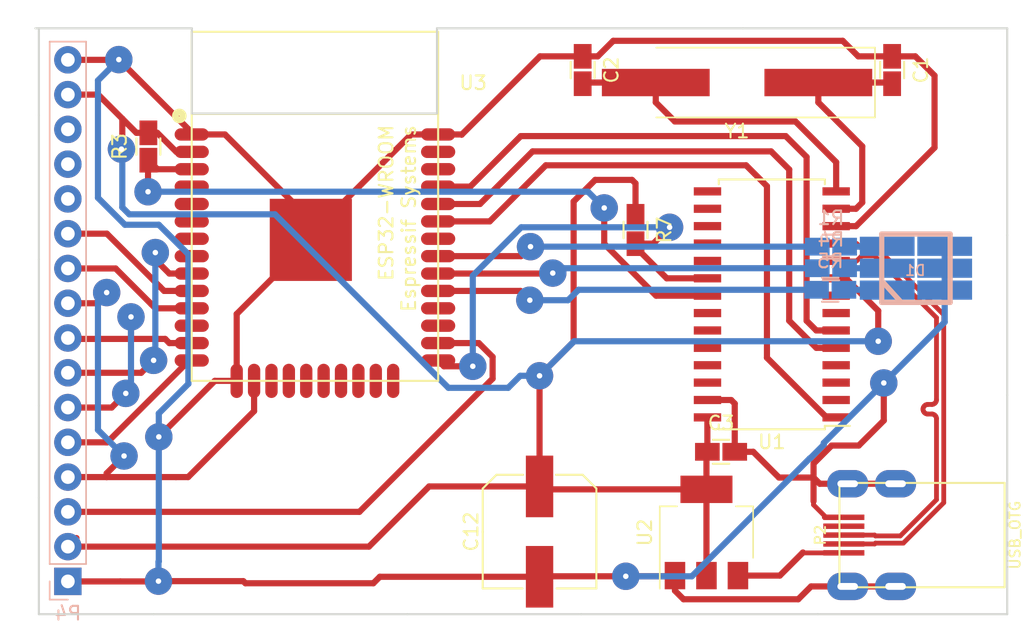
<source format=kicad_pcb>
(kicad_pcb (version 20221018) (generator pcbnew)
  (layers (0 "F.Cu" signal) (31 "B.Cu" signal) (34 "B.Paste" user) (35 "F.Paste" user) (36 "B.SilkS" user "B.Silkscreen") (37 "F.SilkS" user "F.Silkscreen") (38 "B.Mask" user) (39 "F.Mask" user) (44 "Edge.Cuts" user))
  (net 0 "")
  (net 1 "GND")
  (net 2 "+5V")
  (net 3 "Net-(P2-Pad4)")
  (net 4 "+3V3")
  (net 5 "LED_BLUE")
  (net 6 "LED_GREEN")
  (net 7 "LED_RED")
  (net 8 "MOSI")
  (net 9 "SCK")
  (net 10 "MISO")
  (net 11 "Net-(P4-Pad14)")
  (net 12 "Net-(P4-Pad13)")
  (net 13 "Net-(P4-Pad12)")
  (net 14 "RESET_TFT")
  (net 15 "A0")
  (net 16 "CS_SD")
  (net 17 "CS_TFT")
  (net 18 "TXD")
  (net 19 "RXD")
  (net 20 "Net-(U1-Pad15)")
  (net 21 "Net-(U3-Pad18)")
  (net 22 "UD-")
  (net 23 "UD+")
  (net 24 "Net-(C2-Pad2)")
  (net 25 "Net-(U3-Pad20)")
  (net 26 "Net-(U3-Pad19)")
  (net 27 "Net-(U3-Pad17)")
  (net 28 "Net-(U3-Pad21)")
  (net 29 "Net-(U3-Pad22)")
  (net 30 "DTR")
  (net 31 "RTS")
  (net 32 "Net-(C1-Pad2)")
  (net 33 "Net-(D1-Pad6)")
  (net 34 "Net-(D1-Pad5)")
  (net 35 "Net-(D1-Pad4)")
  (net 36 "Net-(U3-Pad37)")
  (net 37 "Net-(U3-Pad36)")
  (net 38 "Net-(U3-Pad32)")
  (net 39 "Net-(U3-Pad24)")
  (net 40 "Net-(U3-Pad23)")
  (net 41 "Net-(U3-Pad12)")
  (net 42 "Net-(U3-Pad8)")
  (net 43 "Net-(U3-Pad5)")
  (net 44 "Net-(U3-Pad4)")
  (net 45 "Net-(U3-Pad28)")
  (net 46 "Net-(U3-Pad6)")
  (net 47 "Net-(U3-Pad7)")
  (net 48 "USB_CONNECTED")
  (net 49 "Net-(U1-Pad2)")
  (net 50 "Net-(U1-Pad3)")
  (net 51 "Net-(U1-Pad4)")
  (net 52 "Net-(U1-Pad7)")
  (net 53 "Net-(U1-Pad8)")
  (net 54 "Net-(U1-Pad16)")
  (net 55 "Net-(U1-Pad17)")
  (net 56 "Net-(U1-Pad18)")
  (net 57 "Net-(U1-Pad19)")
  (net 58 "Net-(U1-Pad22)")
  (net 59 "Net-(U1-Pad23)")
  (net 60 "Net-(U1-Pad24)")
  (net 61 "Net-(U1-Pad25)")
  (net 62 "Net-(U1-Pad26)")
  (net 63 "Net-(U3-Pad27)")
  (footprint "TO_SOT_Packages_SMD:SOT-223" (layer "F.Cu") (at 168.148 74.676 90)
    (fp_text reference "U2" (at 0 -4.5 90) (layer "F.SilkS"))
    (fp_text value "AP111733")
    (pad "1" smd rect (at -3.15 -2.3 90) (size 2 1.5) (layers "F.Cu" "F.Paste" "F.Mask") (net 1 "GND"))
    (pad "2" smd rect (at -3.15 0 90) (size 2 1.5) (layers "F.Cu" "F.Paste" "F.Mask") (net 4 "+3V3"))
    (pad "3" smd rect (at -3.15 2.3 90) (size 2 1.5) (layers "F.Cu" "F.Paste" "F.Mask") (net 2 "+5V"))
    (pad "4" smd rect (at 3.15 0 90) (size 2 3.8) (layers "F.Cu" "F.Paste" "F.Mask") (net 4 "+3V3"))
  )
  (footprint "coddingtonbear/coddingtonbear.pretty:0805_Milling" (layer "F.Cu") (at 181.7116 40.894 -90)
    (fp_text reference "C1" (at 0 -2.1 270) (layer "F.SilkS"))
    (fp_text value "22p")
    (pad "1" smd rect (at -1 0 270) (size 1.8 1.3) (layers "F.Cu" "F.Paste" "F.Mask") (net 1 "GND"))
    (pad "2" smd rect (at 1 0 270) (size 1.8 1.3) (layers "F.Cu" "F.Paste" "F.Mask") (net 32 "Net-(C1-Pad2)"))
  )
  (footprint "coddingtonbear/coddingtonbear.pretty:0805_Milling" (layer "F.Cu") (at 159.1056 40.894 -90)
    (fp_text reference "C2" (at 0 -2.1 270) (layer "F.SilkS"))
    (fp_text value "22p")
    (pad "1" smd rect (at -1 0 270) (size 1.8 1.3) (layers "F.Cu" "F.Paste" "F.Mask") (net 1 "GND"))
    (pad "2" smd rect (at 1 0 270) (size 1.8 1.3) (layers "F.Cu" "F.Paste" "F.Mask") (net 24 "Net-(C2-Pad2)"))
  )
  (footprint "coddingtonbear/coddingtonbear.pretty:0805_Milling" (layer "F.Cu") (at 169.2148 68.7832)
    (fp_text reference "C3" (at 0 -2.1) (layer "F.SilkS"))
    (fp_text value "0.1u")
    (pad "1" smd rect (at -1 0) (size 1.8 1.3) (layers "F.Cu" "F.Paste" "F.Mask") (net 4 "+3V3"))
    (pad "2" smd rect (at 1 0) (size 1.8 1.3) (layers "F.Cu" "F.Paste" "F.Mask") (net 1 "GND"))
  )
  (footprint "coddingtonbear/coddingtonbear.pretty:0805_Milling" (layer "F.Cu") (at 162.9664 52.578 -90)
    (fp_text reference "R7" (at 0 -2.1 270) (layer "F.SilkS"))
    (fp_text value "10k")
    (pad "1" smd rect (at -1 0 270) (size 1.8 1.3) (layers "F.Cu" "F.Paste" "F.Mask") (net 4 "+3V3"))
    (pad "2" smd rect (at 1 0 270) (size 1.8 1.3) (layers "F.Cu" "F.Paste" "F.Mask") (net 30 "DTR"))
  )
  (footprint "coddingtonbear/coddingtonbear.pretty:0805_Milling" (layer "F.Cu") (at 127.381 46.482 90)
    (fp_text reference "R3" (at 0 -2.1 90) (layer "F.SilkS"))
    (fp_text value "10k")
    (pad "1" smd rect (at -1 0 90) (size 1.8 1.3) (layers "F.Cu" "F.Paste" "F.Mask") (net 31 "RTS"))
    (pad "2" smd rect (at 1 0 90) (size 1.8 1.3) (layers "F.Cu" "F.Paste" "F.Mask") (net 4 "+3V3"))
  )
  (footprint "KiCad/Housings_SOIC.pretty:SOIC-28W_7.5x17.9mm_Pitch1.27mm" (layer "F.Cu") (at 172.9232 58.0136 180)
    (fp_text reference "U1" (at 0 -10.05 180) (layer "F.SilkS"))
    (fp_text value "CH341A")
    (pad "1" smd rect (at -4.7 -8.255 180) (size 2 0.6) (layers "F.Cu" "F.Paste" "F.Mask") (net 48 "USB_CONNECTED"))
    (pad "2" smd rect (at -4.7 -6.985 180) (size 2 0.6) (layers "F.Cu" "F.Paste" "F.Mask") (net 49 "Net-(U1-Pad2)"))
    (pad "3" smd rect (at -4.7 -5.715 180) (size 2 0.6) (layers "F.Cu" "F.Paste" "F.Mask") (net 50 "Net-(U1-Pad3)"))
    (pad "4" smd rect (at -4.7 -4.445 180) (size 2 0.6) (layers "F.Cu" "F.Paste" "F.Mask") (net 51 "Net-(U1-Pad4)"))
    (pad "5" smd rect (at -4.7 -3.175 180) (size 2 0.6) (layers "F.Cu" "F.Paste" "F.Mask") (net 19 "RXD"))
    (pad "6" smd rect (at -4.7 -1.905 180) (size 2 0.6) (layers "F.Cu" "F.Paste" "F.Mask") (net 18 "TXD"))
    (pad "7" smd rect (at -4.7 -0.635 180) (size 2 0.6) (layers "F.Cu" "F.Paste" "F.Mask") (net 52 "Net-(U1-Pad7)"))
    (pad "8" smd rect (at -4.7 0.635 180) (size 2 0.6) (layers "F.Cu" "F.Paste" "F.Mask") (net 53 "Net-(U1-Pad8)"))
    (pad "9" smd rect (at -4.7 1.905 180) (size 2 0.6) (layers "F.Cu" "F.Paste" "F.Mask") (net 4 "+3V3"))
    (pad "10" smd rect (at -4.7 3.175 180) (size 2 0.6) (layers "F.Cu" "F.Paste" "F.Mask") (net 23 "UD+"))
    (pad "11" smd rect (at -4.7 4.445 180) (size 2 0.6) (layers "F.Cu" "F.Paste" "F.Mask") (net 22 "UD-"))
    (pad "12" smd rect (at -4.7 5.715 180) (size 2 0.6) (layers "F.Cu" "F.Paste" "F.Mask") (net 1 "GND"))
    (pad "13" smd rect (at -4.7 6.985 180) (size 2 0.6) (layers "F.Cu" "F.Paste" "F.Mask") (net 32 "Net-(C1-Pad2)"))
    (pad "14" smd rect (at -4.7 8.255 180) (size 2 0.6) (layers "F.Cu" "F.Paste" "F.Mask") (net 24 "Net-(C2-Pad2)"))
    (pad "15" smd rect (at 4.7 8.255 180) (size 2 0.6) (layers "F.Cu" "F.Paste" "F.Mask") (net 20 "Net-(U1-Pad15)"))
    (pad "16" smd rect (at 4.7 6.985 180) (size 2 0.6) (layers "F.Cu" "F.Paste" "F.Mask") (net 54 "Net-(U1-Pad16)"))
    (pad "17" smd rect (at 4.7 5.715 180) (size 2 0.6) (layers "F.Cu" "F.Paste" "F.Mask") (net 55 "Net-(U1-Pad17)"))
    (pad "18" smd rect (at 4.7 4.445 180) (size 2 0.6) (layers "F.Cu" "F.Paste" "F.Mask") (net 56 "Net-(U1-Pad18)"))
    (pad "19" smd rect (at 4.7 3.175 180) (size 2 0.6) (layers "F.Cu" "F.Paste" "F.Mask") (net 57 "Net-(U1-Pad19)"))
    (pad "20" smd rect (at 4.7 1.905 180) (size 2 0.6) (layers "F.Cu" "F.Paste" "F.Mask") (net 30 "DTR"))
    (pad "21" smd rect (at 4.7 0.635 180) (size 2 0.6) (layers "F.Cu" "F.Paste" "F.Mask") (net 31 "RTS"))
    (pad "22" smd rect (at 4.7 -0.635 180) (size 2 0.6) (layers "F.Cu" "F.Paste" "F.Mask") (net 58 "Net-(U1-Pad22)"))
    (pad "23" smd rect (at 4.7 -1.905 180) (size 2 0.6) (layers "F.Cu" "F.Paste" "F.Mask") (net 59 "Net-(U1-Pad23)"))
    (pad "24" smd rect (at 4.7 -3.175 180) (size 2 0.6) (layers "F.Cu" "F.Paste" "F.Mask") (net 60 "Net-(U1-Pad24)"))
    (pad "25" smd rect (at 4.7 -4.445 180) (size 2 0.6) (layers "F.Cu" "F.Paste" "F.Mask") (net 61 "Net-(U1-Pad25)"))
    (pad "26" smd rect (at 4.7 -5.715 180) (size 2 0.6) (layers "F.Cu" "F.Paste" "F.Mask") (net 62 "Net-(U1-Pad26)"))
    (pad "27" smd rect (at 4.7 -6.985 180) (size 2 0.6) (layers "F.Cu" "F.Paste" "F.Mask") (net 1 "GND"))
    (pad "28" smd rect (at 4.7 -8.255 180) (size 2 0.6) (layers "F.Cu" "F.Paste" "F.Mask") (net 4 "+3V3"))
  )
  (footprint "ohdsp/KiCad-Libs/MyKiCadLibs-Footprints.pretty:CAP-SMD-SIZE-F" (layer "F.Cu") (at 155.956 74.6125)
    (fp_text reference "C12" (at -5 0 90) (layer "F.SilkS"))
    (fp_text value "1000u" hide)
    (pad "1" smd rect (at 0 -3.3) (size 2 4.5) (layers "F.Cu" "F.Paste" "F.Mask") (net 4 "+3V3"))
    (pad "2" smd rect (at 0 3.3) (size 2 4.5) (layers "F.Cu" "F.Paste" "F.Mask") (net 1 "GND"))
  )
  (footprint "coddingtonbear/coddingtonbear.pretty:UJ2-MIBH-4-SMT" (layer "F.Cu") (at 177.8635 74.8665 90)
    (fp_text reference "P2" (at 0 -1.397 90) (layer "F.SilkS") (effects (font (size 0.762 0.762) (thickness 0.127))))
    (fp_text value "USB_OTG" (at 0 12.827 90) (layer "F.SilkS") (effects (font (size 0.762 0.762) (thickness 0.127))))
    (pad "1" smd rect (at -1.29794 0.32004 90) (size 0.39878 3) (layers "F.Cu" "F.Paste" "F.Mask") (net 2 "+5V") (clearance 0.2032))
    (pad "2" smd rect (at -0.6477 0.32004 90) (size 0.39878 3) (layers "F.Cu" "F.Paste" "F.Mask") (net 22 "UD-") (clearance 0.2032))
    (pad "3" smd rect (at 0 0.32004 90) (size 0.39878 3) (layers "F.Cu" "F.Paste" "F.Mask") (net 23 "UD+") (clearance 0.2032))
    (pad "4" smd rect (at 0.6477 0.32004 90) (size 0.39878 3) (layers "F.Cu" "F.Paste" "F.Mask") (net 3 "Net-(P2-Pad4)") (clearance 0.2032))
    (pad "5" smd rect (at 1.29794 0.32004 90) (size 0.39878 3) (layers "F.Cu" "F.Paste" "F.Mask") (net 1 "GND") (clearance 0.2032))
    (pad "6" thru_hole oval (at -3.75 0.6 90) (size 2 3) (drill oval 0.5 1.5) (layers "*.Cu" "*.Mask") (net 1 "GND"))
    (pad "6" thru_hole oval (at -3.75 4.1 90) (size 2 3) (drill oval 0.5 1.5) (layers "*.Cu" "*.Mask") (net 1 "GND"))
    (pad "6" thru_hole oval (at 3.75 0.6 90) (size 2 3) (drill oval 0.5 1.5) (layers "*.Cu" "*.Mask") (net 1 "GND"))
    (pad "6" thru_hole oval (at 3.75 4.1 90) (size 2 3) (drill oval 0.5 1.5) (layers "*.Cu" "*.Mask") (net 1 "GND"))
  )
  (footprint "KiCad/Crystals.pretty:Crystal_SMD_HC49-SD_HandSoldering" (layer "F.Cu") (at 170.3832 41.8084 180)
    (fp_text reference "Y1" (at 0 -3.55 180) (layer "F.SilkS"))
    (fp_text value "12M")
    (pad "1" smd rect (at -5.9375 0 180) (size 7.875 2) (layers "F.Cu" "F.Mask") (net 32 "Net-(C1-Pad2)"))
    (pad "2" smd rect (at 5.9375 0 180) (size 7.875 2) (layers "F.Cu" "F.Mask") (net 24 "Net-(C2-Pad2)"))
  )
  (footprint "adamjvr/ESP32-kiCAD-Footprints/ESP32-Footprints/ESP32-footprints-Lib.pretty:ESP32-WROOM" (layer "F.Cu") (at 139.5476 50.8508 180)
    (fp_text reference "U3" (at -11.557 9.017 180) (layer "F.SilkS"))
    (fp_text value "ESP32-WROOM")
    (fp_text user "ESP32-WROOM" (at -5.207 0.254 270) (layer "F.SilkS"))
    (fp_text user "Espressif Systems" (at -6.858 -0.889 270) (layer "F.SilkS"))
    (pad "1" smd oval (at 9 5.25 180) (size 2.5 0.9) (layers "F.Cu" "F.Paste" "F.Mask") (net 1 "GND"))
    (pad "2" smd oval (at 9 3.98 180) (size 2.5 0.9) (layers "F.Cu" "F.Paste" "F.Mask") (net 4 "+3V3"))
    (pad "3" smd oval (at 9 2.71 180) (size 2.5 0.9) (layers "F.Cu" "F.Paste" "F.Mask") (net 31 "RTS"))
    (pad "4" smd oval (at 9 1.44 180) (size 2.5 0.9) (layers "F.Cu" "F.Paste" "F.Mask") (net 44 "Net-(U3-Pad4)"))
    (pad "5" smd oval (at 9 0.17 180) (size 2.5 0.9) (layers "F.Cu" "F.Paste" "F.Mask") (net 43 "Net-(U3-Pad5)"))
    (pad "6" smd oval (at 9 -1.1 180) (size 2.5 0.9) (layers "F.Cu" "F.Paste" "F.Mask") (net 46 "Net-(U3-Pad6)"))
    (pad "7" smd oval (at 9 -2.37 180) (size 2.5 0.9) (layers "F.Cu" "F.Paste" "F.Mask") (net 47 "Net-(U3-Pad7)"))
    (pad "8" smd oval (at 9 -3.64 180) (size 2.5 0.9) (layers "F.Cu" "F.Paste" "F.Mask") (net 42 "Net-(U3-Pad8)"))
    (pad "9" smd oval (at 9 -4.91 180) (size 2.5 0.9) (layers "F.Cu" "F.Paste" "F.Mask") (net 17 "CS_TFT"))
    (pad "10" smd oval (at 9 -6.18 180) (size 2.5 0.9) (layers "F.Cu" "F.Paste" "F.Mask") (net 14 "RESET_TFT"))
    (pad "11" smd oval (at 9 -7.45 180) (size 2.5 0.9) (layers "F.Cu" "F.Paste" "F.Mask") (net 15 "A0"))
    (pad "12" smd oval (at 9 -8.72 180) (size 2.5 0.9) (layers "F.Cu" "F.Paste" "F.Mask") (net 41 "Net-(U3-Pad12)"))
    (pad "13" smd oval (at 9 -9.99 180) (size 2.5 0.9) (layers "F.Cu" "F.Paste" "F.Mask") (net 9 "SCK"))
    (pad "14" smd oval (at 9 -11.26 180) (size 2.5 0.9) (layers "F.Cu" "F.Paste" "F.Mask") (net 10 "MISO"))
    (pad "15" smd oval (at 5.715 -12.75 180) (size 0.9 2.5) (layers "F.Cu" "F.Paste" "F.Mask") (net 1 "GND"))
    (pad "16" smd oval (at 4.445 -12.75 180) (size 0.9 2.5) (layers "F.Cu" "F.Paste" "F.Mask") (net 8 "MOSI"))
    (pad "17" smd oval (at 3.175 -12.75 180) (size 0.9 2.5) (layers "F.Cu" "F.Paste" "F.Mask") (net 27 "Net-(U3-Pad17)"))
    (pad "18" smd oval (at 1.905 -12.75 180) (size 0.9 2.5) (layers "F.Cu" "F.Paste" "F.Mask") (net 21 "Net-(U3-Pad18)"))
    (pad "19" smd oval (at 0.635 -12.75 180) (size 0.9 2.5) (layers "F.Cu" "F.Paste" "F.Mask") (net 26 "Net-(U3-Pad19)"))
    (pad "20" smd oval (at -0.635 -12.75 180) (size 0.9 2.5) (layers "F.Cu" "F.Paste" "F.Mask") (net 25 "Net-(U3-Pad20)"))
    (pad "21" smd oval (at -1.905 -12.75 180) (size 0.9 2.5) (layers "F.Cu" "F.Paste" "F.Mask") (net 28 "Net-(U3-Pad21)"))
    (pad "22" smd oval (at -3.175 -12.75 180) (size 0.9 2.5) (layers "F.Cu" "F.Paste" "F.Mask") (net 29 "Net-(U3-Pad22)"))
    (pad "23" smd oval (at -4.445 -12.75 180) (size 0.9 2.5) (layers "F.Cu" "F.Paste" "F.Mask") (net 40 "Net-(U3-Pad23)"))
    (pad "24" smd oval (at -5.715 -12.75 180) (size 0.9 2.5) (layers "F.Cu" "F.Paste" "F.Mask") (net 39 "Net-(U3-Pad24)"))
    (pad "25" smd oval (at -9 -11.26 180) (size 2.5 0.9) (layers "F.Cu" "F.Paste" "F.Mask") (net 30 "DTR"))
    (pad "26" smd oval (at -9 -9.99 180) (size 2.5 0.9) (layers "F.Cu" "F.Paste" "F.Mask") (net 16 "CS_SD"))
    (pad "27" smd oval (at -9 -8.72 180) (size 2.5 0.9) (layers "F.Cu" "F.Paste" "F.Mask") (net 63 "Net-(U3-Pad27)"))
    (pad "28" smd oval (at -9 -7.45 180) (size 2.5 0.9) (layers "F.Cu" "F.Paste" "F.Mask") (net 45 "Net-(U3-Pad28)"))
    (pad "29" smd oval (at -9 -6.18 180) (size 2.5 0.9) (layers "F.Cu" "F.Paste" "F.Mask") (net 7 "LED_RED"))
    (pad "30" smd oval (at -9 -4.91 180) (size 2.5 0.9) (layers "F.Cu" "F.Paste" "F.Mask") (net 6 "LED_GREEN"))
    (pad "31" smd oval (at -9 -3.64 180) (size 2.5 0.9) (layers "F.Cu" "F.Paste" "F.Mask") (net 5 "LED_BLUE"))
    (pad "32" smd oval (at -9 -2.37 180) (size 2.5 0.9) (layers "F.Cu" "F.Paste" "F.Mask") (net 38 "Net-(U3-Pad32)"))
    (pad "33" smd oval (at -9 -1.1 180) (size 2.5 0.9) (layers "F.Cu" "F.Paste" "F.Mask") (net 48 "USB_CONNECTED"))
    (pad "34" smd oval (at -9 0.17 180) (size 2.5 0.9) (layers "F.Cu" "F.Paste" "F.Mask") (net 19 "RXD"))
    (pad "35" smd oval (at -9 1.44 180) (size 2.5 0.9) (layers "F.Cu" "F.Paste" "F.Mask") (net 18 "TXD"))
    (pad "36" smd oval (at -9 2.71 180) (size 2.5 0.9) (layers "F.Cu" "F.Paste" "F.Mask") (net 37 "Net-(U3-Pad36)"))
    (pad "37" smd oval (at -9 3.98 180) (size 2.5 0.9) (layers "F.Cu" "F.Paste" "F.Mask") (net 36 "Net-(U3-Pad37)"))
    (pad "38" smd oval (at -9 5.25 180) (size 2.5 0.9) (layers "F.Cu" "F.Paste" "F.Mask") (net 1 "GND"))
    (pad "39" smd rect (at 0.3 -2.45 180) (size 6 6) (layers "F.Cu" "F.Paste" "F.Mask") (net 1 "GND"))
  )
  (footprint "Pin_Headers:Pin_Header_Straight_1x16_Pitch2.54mm" (layer "B.Cu") (at 121.5 78.25)
    (fp_text reference "P4" (at 0 2.33) (layer "B.SilkS") (effects (justify mirror)))
    (fp_text value "CONN_01X16")
    (pad "1" thru_hole rect (at 0 0) (size 2 2) (drill 1) (layers "*.Cu" "*.Mask") (net 1 "GND"))
    (pad "2" thru_hole oval (at 0 -2.54) (size 2 2) (drill 1) (layers "*.Cu" "*.Mask") (net 4 "+3V3"))
    (pad "3" thru_hole oval (at 0 -5.08) (size 2 2) (drill 1) (layers "*.Cu" "*.Mask") (net 16 "CS_SD"))
    (pad "4" thru_hole oval (at 0 -7.62) (size 2 2) (drill 1) (layers "*.Cu" "*.Mask") (net 8 "MOSI"))
    (pad "5" thru_hole oval (at 0 -10.16) (size 2 2) (drill 1) (layers "*.Cu" "*.Mask") (net 10 "MISO"))
    (pad "6" thru_hole oval (at 0 -12.7) (size 2 2) (drill 1) (layers "*.Cu" "*.Mask") (net 9 "SCK"))
    (pad "7" thru_hole oval (at 0 -15.24) (size 2 2) (drill 1) (layers "*.Cu" "*.Mask") (net 17 "CS_TFT"))
    (pad "8" thru_hole oval (at 0 -17.78) (size 2 2) (drill 1) (layers "*.Cu" "*.Mask") (net 9 "SCK"))
    (pad "9" thru_hole oval (at 0 -20.32) (size 2 2) (drill 1) (layers "*.Cu" "*.Mask") (net 8 "MOSI"))
    (pad "10" thru_hole oval (at 0 -22.86) (size 2 2) (drill 1) (layers "*.Cu" "*.Mask") (net 15 "A0"))
    (pad "11" thru_hole oval (at 0 -25.4) (size 2 2) (drill 1) (layers "*.Cu" "*.Mask") (net 14 "RESET_TFT"))
    (pad "12" thru_hole oval (at 0 -27.94) (size 2 2) (drill 1) (layers "*.Cu" "*.Mask") (net 13 "Net-(P4-Pad12)"))
    (pad "13" thru_hole oval (at 0 -30.48) (size 2 2) (drill 1) (layers "*.Cu" "*.Mask") (net 12 "Net-(P4-Pad13)"))
    (pad "14" thru_hole oval (at 0 -33.02) (size 2 2) (drill 1) (layers "*.Cu" "*.Mask") (net 11 "Net-(P4-Pad14)"))
    (pad "15" thru_hole oval (at 0 -35.56) (size 2 2) (drill 1) (layers "*.Cu" "*.Mask") (net 4 "+3V3"))
    (pad "16" thru_hole oval (at 0 -38.1) (size 2 2) (drill 1) (layers "*.Cu" "*.Mask") (net 1 "GND"))
  )
  (footprint "coddingtonbear/coddingtonbear.pretty:0805_Milling" (layer "B.Cu") (at 177.1904 56.9468 180)
    (fp_text reference "R5" (at 0 2.1 180) (layer "B.SilkS") (effects (justify mirror)))
    (fp_text value "150")
    (pad "1" smd rect (at -1 0 180) (size 1.8 1.3) (layers "B.Cu" "B.Paste" "B.Mask") (net 33 "Net-(D1-Pad6)"))
    (pad "2" smd rect (at 1 0 180) (size 1.8 1.3) (layers "B.Cu" "B.Paste" "B.Mask") (net 7 "LED_RED"))
  )
  (footprint "coddingtonbear/coddingtonbear.pretty:0805_Milling" (layer "B.Cu") (at 177.2412 55.372 180)
    (fp_text reference "R4" (at 0 2.1 180) (layer "B.SilkS") (effects (justify mirror)))
    (fp_text value "10")
    (pad "1" smd rect (at -1 0 180) (size 1.8 1.3) (layers "B.Cu" "B.Paste" "B.Mask") (net 34 "Net-(D1-Pad5)"))
    (pad "2" smd rect (at 1 0 180) (size 1.8 1.3) (layers "B.Cu" "B.Paste" "B.Mask") (net 6 "LED_GREEN"))
  )
  (footprint "coddingtonbear/coddingtonbear.pretty:SLV6A-FKB-MILLING" (layer "B.Cu") (at 183.4515 55.372 180)
    (fp_text reference "D1" (at 0.05334 -0.16256 180) (layer "B.SilkS") (effects (font (size 0.762 0.762) (thickness 0.127)) (justify mirror)))
    (fp_text value "LED_RGB" hide)
    (pad "1" smd rect (at -2.1 -1.6002 90) (size 1.4 4) (layers "B.Cu" "B.Paste" "B.Mask") (net 1 "GND"))
    (pad "2" smd rect (at -2.1 0 90) (size 1.4 4) (layers "B.Cu" "B.Paste" "B.Mask") (net 1 "GND"))
    (pad "3" smd rect (at -2.1 1.6002 90) (size 1.4 4) (layers "B.Cu" "B.Paste" "B.Mask") (net 1 "GND"))
    (pad "4" smd rect (at 2.1 1.6002 90) (size 1.4 4) (layers "B.Cu" "B.Paste" "B.Mask") (net 35 "Net-(D1-Pad4)"))
    (pad "5" smd rect (at 2.1 0 90) (size 1.4 4) (layers "B.Cu" "B.Paste" "B.Mask") (net 34 "Net-(D1-Pad5)"))
    (pad "6" smd rect (at 2.1 -1.6002 90) (size 1.4 4) (layers "B.Cu" "B.Paste" "B.Mask") (net 33 "Net-(D1-Pad6)"))
  )
  (footprint "coddingtonbear/coddingtonbear.pretty:0805_Milling" (layer "B.Cu") (at 177.2412 53.7972 180)
    (fp_text reference "R1" (at 0 2.1 180) (layer "B.SilkS") (effects (justify mirror)))
    (fp_text value "10")
    (pad "1" smd rect (at -1 0 180) (size 1.8 1.3) (layers "B.Cu" "B.Paste" "B.Mask") (net 35 "Net-(D1-Pad4)"))
    (pad "2" smd rect (at 1 0 180) (size 1.8 1.3) (layers "B.Cu" "B.Paste" "B.Mask") (net 5 "LED_BLUE"))
  )
  (gr_line (start 119.126 37.846) (end 130.556 37.846) (stroke (width 0.15)) (layer "Edge.Cuts"))
  (gr_line (start 148.463 44.069) (end 130.556 44.069) (stroke (width 0.15)) (layer "Edge.Cuts"))
  (gr_line (start 130.556 44.069) (end 130.556 37.846) (stroke (width 0.15)) (layer "Edge.Cuts"))
  (gr_line (start 170.815 37.846) (end 190.119 37.846) (stroke (width 0.15)) (layer "Edge.Cuts"))
  (gr_line (start 148.463 37.846) (end 148.463 44.069) (stroke (width 0.15)) (layer "Edge.Cuts"))
  (gr_line (start 119.38 54.737) (end 119.38 44.196) (stroke (width 0.15)) (layer "Edge.Cuts"))
  (gr_line (start 159.004 80.645) (end 146.304 80.645) (stroke (width 0.15)) (layer "Edge.Cuts"))
  (gr_line (start 148.463 37.846) (end 170.815 37.846) (stroke (width 0.15)) (layer "Edge.Cuts"))
  (gr_line (start 119.38 65.405) (end 119.38 54.737) (stroke (width 0.15)) (layer "Edge.Cuts"))
  (gr_line (start 127.762 80.645) (end 119.38 80.645) (stroke (width 0.15)) (layer "Edge.Cuts"))
  (gr_line (start 190.119 64.643) (end 190.119 80.645) (stroke (width 0.15)) (layer "Edge.Cuts"))
  (gr_line (start 146.304 80.645) (end 127.762 80.645) (stroke (width 0.15)) (layer "Edge.Cuts"))
  (gr_line (start 190.119 52.959) (end 190.119 64.643) (stroke (width 0.15)) (layer "Edge.Cuts"))
  (gr_line (start 190.119 80.645) (end 176.276 80.645) (stroke (width 0.15)) (layer "Edge.Cuts"))
  (gr_line (start 119.38 44.196) (end 119.38 37.846) (stroke (width 0.15)) (layer "Edge.Cuts"))
  (gr_line (start 119.38 72.136) (end 119.38 65.405) (stroke (width 0.15)) (layer "Edge.Cuts"))
  (gr_line (start 119.38 80.645) (end 119.38 72.136) (stroke (width 0.15)) (layer "Edge.Cuts"))
  (gr_line (start 176.276 80.645) (end 159.004 80.645) (stroke (width 0.15)) (layer "Edge.Cuts"))
  (gr_line (start 190.119 37.846) (end 190.119 52.959) (stroke (width 0.15)) (layer "Edge.Cuts"))
  (segment (start 130.5476 45.4576) (end 125.24 40.15) (width 0.45) (layer "F.Cu") (net 1))
  (segment (start 125.24 40.15) (end 121.5 40.15) (width 0.45) (layer "F.Cu") (net 1))
  (segment (start 165.7615 77.9125) (end 165.848 77.826) (width 0.45) (layer "F.Cu") (net 1))
  (segment (start 128.143 67.691) (end 132.2332 63.6008) (width 0.45) (layer "F.Cu") (net 1))
  (segment (start 132.2332 63.6008) (end 133.8326 63.6008) (width 0.45) (layer "F.Cu") (net 1))
  (segment (start 125.222 40.132) (end 125.24 40.15) (width 0.45) (layer "F.Cu") (net 1))
  (segment (start 165.7615 77.9125) (end 165.848 77.826) (width 0.45) (layer "F.Cu") (net 1))
  (segment (start 165.848 78.9292) (end 166.4716 79.5528) (width 0.45) (layer "F.Cu") (net 1))
  (segment (start 166.4716 79.5528) (end 174.8536 79.5528) (width 0.45) (layer "F.Cu") (net 1))
  (segment (start 174.8536 79.5528) (end 175.7899 78.6165) (width 0.45) (layer "F.Cu") (net 1))
  (segment (start 175.7899 78.6165) (end 178.4635 78.6165) (width 0.45) (layer "F.Cu") (net 1))
  (segment (start 133.8326 58.7158) (end 139.2476 53.3008) (width 0.45) (layer "F.Cu") (net 1))
  (segment (start 139.2476 52.9288) (end 146.5756 45.6008) (width 0.45) (layer "F.Cu") (net 1))
  (segment (start 146.5756 45.6008) (end 148.5476 45.6008) (width 0.45) (layer "F.Cu") (net 1))
  (segment (start 139.2476 51.8716) (end 132.9768 45.6008) (width 0.45) (layer "F.Cu") (net 1))
  (segment (start 183.404 39.894) (end 181.7116 39.894) (width 0.45) (layer "F.Cu") (net 1))
  (segment (start 179.0732 52.2986) (end 184.8104 46.5614) (width 0.45) (layer "F.Cu") (net 1))
  (segment (start 184.8104 41.3004) (end 183.404 39.894) (width 0.45) (layer "F.Cu") (net 1))
  (segment (start 139.2476 53.3008) (end 139.2476 52.9288) (width 0.45) (layer "F.Cu") (net 1))
  (segment (start 177.6232 52.2986) (end 179.0732 52.2986) (width 0.45) (layer "F.Cu") (net 1))
  (segment (start 178.4635 71.1165) (end 181.9635 71.1165) (width 0.45) (layer "F.Cu") (net 1))
  (segment (start 148.5476 45.6008) (end 150.2476 45.6008) (width 0.45) (layer "F.Cu") (net 1))
  (segment (start 130.5476 45.6008) (end 130.5476 45.4576) (width 0.45) (layer "F.Cu") (net 1))
  (segment (start 155.9921 77.8764) (end 155.956 77.9125) (width 0.45) (layer "F.Cu") (net 1))
  (segment (start 181.9635 78.6165) (end 178.4635 78.6165) (width 0.45) (layer "F.Cu") (net 1))
  (segment (start 159.1056 39.894) (end 160.2056 39.894) (width 0.45) (layer "F.Cu") (net 1))
  (segment (start 150.2652 45.6184) (end 155.9896 39.894) (width 0.45) (layer "F.Cu") (net 1))
  (segment (start 175.9712 70.6628) (end 175.9712 69.6468) (width 0.45) (layer "F.Cu") (net 1))
  (segment (start 155.9896 39.894) (end 159.1056 39.894) (width 0.45) (layer "F.Cu") (net 1))
  (segment (start 133.8326 63.6008) (end 133.8326 58.7158) (width 0.45) (layer "F.Cu") (net 1))
  (segment (start 169.9514 64.9986) (end 170.2148 65.262) (width 0.45) (layer "F.Cu") (net 1))
  (segment (start 175.9712 69.6468) (end 177.292 68.326) (width 0.45) (layer "F.Cu") (net 1))
  (segment (start 178.1048 38.7604) (end 179.2384 39.894) (width 0.45) (layer "F.Cu") (net 1))
  (segment (start 176.88293 73.56856) (end 178.18354 73.56856) (width 0.35) (layer "F.Cu") (net 1))
  (segment (start 161.3392 38.7604) (end 178.1048 38.7604) (width 0.45) (layer "F.Cu") (net 1))
  (segment (start 155.956 77.9125) (end 144.2867 77.9125) (width 0.45) (layer "F.Cu") (net 1))
  (segment (start 179.2732 68.326) (end 181.102 66.4972) (width 0.45) (layer "F.Cu") (net 1))
  (segment (start 181.102 66.4972) (end 181.102 63.754) (width 0.45) (layer "F.Cu") (net 1))
  (segment (start 176.4249 71.1165) (end 178.4635 71.1165) (width 0.45) (layer "F.Cu") (net 1))
  (segment (start 139.2476 53.3008) (end 139.2476 51.8716) (width 0.45) (layer "F.Cu") (net 1))
  (segment (start 162.2552 77.8764) (end 155.9921 77.8764) (width 0.45) (layer "F.Cu") (net 1))
  (segment (start 143.8148 78.3844) (end 134.4676 78.3844) (width 0.45) (layer "F.Cu") (net 1))
  (segment (start 175.9712 70.6628) (end 176.4249 71.1165) (width 0.45) (layer "F.Cu") (net 1))
  (segment (start 150.2476 45.6008) (end 150.2652 45.6184) (width 0.45) (layer "F.Cu") (net 1))
  (segment (start 128.0996 78.25) (end 128.1176 78.232) (width 0.45) (layer "F.Cu") (net 1))
  (segment (start 175.9712 70.6628) (end 175.9712 72.39) (width 0.45) (layer "F.Cu") (net 1))
  (segment (start 162.2552 77.8764) (end 165.7976 77.8764) (width 0.45) (layer "F.Cu") (net 1))
  (segment (start 179.2384 39.894) (end 181.7116 39.894) (width 0.45) (layer "F.Cu") (net 1))
  (segment (start 125.331 78.25) (end 121.5 78.25) (width 0.45) (layer "F.Cu") (net 1))
  (segment (start 134.4676 78.3844) (end 134.3152 78.232) (width 0.45) (layer "F.Cu") (net 1))
  (segment (start 170.2148 68.7832) (end 171.5648 68.7832) (width 0.45) (layer "F.Cu") (net 1))
  (segment (start 139.273 52.996) (end 139.273 52.8145) (width 0.45) (layer "F.Cu") (net 1))
  (segment (start 168.2232 64.9986) (end 169.9514 64.9986) (width 0.45) (layer "F.Cu") (net 1))
  (segment (start 175.9712 72.65683) (end 176.88293 73.56856) (width 0.35) (layer "F.Cu") (net 1))
  (segment (start 170.2148 65.262) (end 170.2148 68.7832) (width 0.45) (layer "F.Cu") (net 1))
  (segment (start 125.331 78.25) (end 128.0996 78.25) (width 0.45) (layer "F.Cu") (net 1))
  (segment (start 165.7976 77.8764) (end 165.848 77.826) (width 0.45) (layer "F.Cu") (net 1))
  (segment (start 134.3152 78.232) (end 128.1176 78.232) (width 0.45) (layer "F.Cu") (net 1))
  (segment (start 144.2867 77.9125) (end 143.8148 78.3844) (width 0.45) (layer "F.Cu") (net 1))
  (segment (start 173.4444 70.6628) (end 175.9712 70.6628) (width 0.45) (layer "F.Cu") (net 1))
  (segment (start 165.848 77.826) (end 165.848 78.9292) (width 0.45) (layer "F.Cu") (net 1))
  (segment (start 171.5648 68.7832) (end 173.4444 70.6628) (width 0.45) (layer "F.Cu") (net 1))
  (segment (start 178.18354 73.56856) (end 176.75606 73.56856) (width 0.35) (layer "F.Cu") (net 1))
  (segment (start 177.292 68.326) (end 179.2732 68.326) (width 0.45) (layer "F.Cu") (net 1))
  (segment (start 184.8104 46.5614) (end 184.8104 41.3004) (width 0.45) (layer "F.Cu") (net 1))
  (segment (start 175.9712 72.39) (end 175.9712 72.65683) (width 0.35) (layer "F.Cu") (net 1))
  (segment (start 160.2056 39.894) (end 161.3392 38.7604) (width 0.45) (layer "F.Cu") (net 1))
  (segment (start 130.5476 45.6008) (end 132.9768 45.6008) (width 0.45) (layer "F.Cu") (net 1))
  (via (at 125.222 40.132) (size 2) (drill 0.4) (layers "F.Cu" "B.Cu") (net 1))
  (via (at 181.102 63.754) (size 2) (drill 0.4) (layers "F.Cu" "B.Cu") (net 1))
  (via (at 162.2552 77.8764) (size 2) (drill 0.4) (layers "F.Cu" "B.Cu") (net 1))
  (via (at 128.143 67.691) (size 2) (drill 0.4) (layers "F.Cu" "B.Cu") (net 1))
  (via (at 128.1176 78.232) (size 2) (drill 0.4) (layers "F.Cu" "B.Cu") (net 1))
  (segment (start 128.143 67.691) (end 128.143 75.438) (width 0.45) (layer "B.Cu") (net 1))
  (segment (start 128.143 65.9765) (end 130.302 63.8175) (width 0.45) (layer "B.Cu") (net 1))
  (segment (start 130.302 63.8175) (end 130.302 54.356) (width 0.45) (layer "B.Cu") (net 1))
  (segment (start 130.302 54.356) (end 128.143 52.197) (width 0.45) (layer "B.Cu") (net 1))
  (segment (start 128.143 52.197) (end 125.6665 52.197) (width 0.45) (layer "B.Cu") (net 1))
  (segment (start 125.6665 52.197) (end 123.698 50.2285) (width 0.45) (layer "B.Cu") (net 1))
  (segment (start 123.698 50.2285) (end 123.698 41.656) (width 0.45) (layer "B.Cu") (net 1))
  (segment (start 123.698 41.656) (end 125.222 40.132) (width 0.45) (layer "B.Cu") (net 1))
  (segment (start 185.5515 59.3045) (end 185.5515 56.9722) (width 0.45) (layer "B.Cu") (net 1))
  (segment (start 176.7205 68.1355) (end 180.6956 64.1604) (width 0.45) (layer "B.Cu") (net 1))
  (segment (start 176.7205 68.2625) (end 176.7205 68.1355) (width 0.45) (layer "B.Cu") (net 1))
  (segment (start 128.1176 78.232) (end 128.1176 76.817787) (width 0.45) (layer "B.Cu") (net 1))
  (segment (start 128.143 67.691) (end 128.143 65.9765) (width 0.45) (layer "B.Cu") (net 1))
  (segment (start 185.5515 53.7718) (end 185.5515 55.372) (width 0.45) (layer "B.Cu") (net 1))
  (segment (start 176.7205 68.2625) (end 175.720501 69.262499) (width 0.45) (layer "B.Cu") (net 1))
  (segment (start 128.143 76.792387) (end 128.143 75.438) (width 0.45) (layer "B.Cu") (net 1))
  (segment (start 175.720501 69.262499) (end 175.695101 69.262499) (width 0.45) (layer "B.Cu") (net 1))
  (segment (start 128.1176 76.817787) (end 128.143 76.792387) (width 0.45) (layer "B.Cu") (net 1))
  (segment (start 185.5515 56.9722) (end 185.5515 55.372) (width 0.45) (layer "B.Cu") (net 1))
  (segment (start 175.695101 69.262499) (end 167.0812 77.8764) (width 0.45) (layer "B.Cu") (net 1))
  (segment (start 167.0812 77.8764) (end 162.2552 77.8764) (width 0.45) (layer "B.Cu") (net 1))
  (segment (start 180.6956 64.1604) (end 181.102 63.754) (width 0.45) (layer "B.Cu") (net 1))
  (segment (start 181.102 63.754) (end 185.5515 59.3045) (width 0.45) (layer "B.Cu") (net 1))
  (segment (start 173.507 77.826) (end 175.16475 76.16825) (width 0.45) (layer "F.Cu") (net 2))
  (segment (start 175.16475 76.16825) (end 175.1965 76.1365) (width 0.45) (layer "F.Cu") (net 2))
  (segment (start 178.17973 76.16825) (end 178.18354 76.16444) (width 0.35) (layer "F.Cu") (net 2))
  (segment (start 170.448 77.826) (end 173.507 77.826) (width 0.45) (layer "F.Cu") (net 2))
  (segment (start 175.16475 76.16825) (end 178.17973 76.16825) (width 0.35) (layer "F.Cu") (net 2))
  (segment (start 126.508 45.482) (end 125.476 44.45) (width 0.45) (layer "F.Cu") (net 4))
  (segment (start 123.716 42.69) (end 121.5 42.69) (width 0.45) (layer "F.Cu") (net 4))
  (segment (start 129.4208 46.8708) (end 128.032 45.482) (width 0.45) (layer "F.Cu") (net 4))
  (segment (start 128.032 45.482) (end 127.381 45.482) (width 0.45) (layer "F.Cu") (net 4))
  (segment (start 121.609 75.819) (end 121.5 75.71) (width 0.45) (layer "F.Cu") (net 4))
  (segment (start 125.476 44.45) (end 123.716 42.69) (width 0.45) (layer "F.Cu") (net 4))
  (segment (start 125.476 46.609) (end 125.4125 46.6725) (width 0.45) (layer "F.Cu") (net 4))
  (segment (start 156.1695 71.526) (end 155.956 71.3125) (width 0.45) (layer "F.Cu") (net 4))
  (segment (start 122.1276 75.0824) (end 121.5 75.71) (width 0.45) (layer "F.Cu") (net 4))
  (segment (start 168.2148 68.7832) (end 168.2148 66.277) (width 0.45) (layer "F.Cu") (net 4))
  (segment (start 158.4452 50.4952) (end 160.02 48.9204) (width 0.45) (layer "F.Cu") (net 4))
  (segment (start 125.476 44.45) (end 125.476 46.609) (width 0.45) (layer "F.Cu") (net 4))
  (segment (start 180.6956 58.481) (end 180.6956 60.706) (width 0.45) (layer "F.Cu") (net 4))
  (segment (start 155.956 71.3125) (end 155.956 63.229999) (width 0.45) (layer "F.Cu") (net 4))
  (segment (start 162.7124 48.9204) (end 162.9664 49.1744) (width 0.45) (layer "F.Cu") (net 4))
  (segment (start 162.9664 49.1744) (end 162.9664 51.578) (width 0.45) (layer "F.Cu") (net 4))
  (segment (start 130.5476 46.8708) (end 129.4208 46.8708) (width 0.45) (layer "F.Cu") (net 4))
  (segment (start 158.4452 60.740799) (end 158.4452 50.4952) (width 0.45) (layer "F.Cu") (net 4))
  (segment (start 168.148 77.826) (end 168.148 71.526) (width 0.45) (layer "F.Cu") (net 4))
  (segment (start 177.6232 56.1086) (end 178.3232 56.1086) (width 0.45) (layer "F.Cu") (net 4))
  (segment (start 143.492 75.71) (end 121.5 75.71) (width 0.45) (layer "F.Cu") (net 4))
  (segment (start 127.381 45.482) (end 126.508 45.482) (width 0.45) (layer "F.Cu") (net 4))
  (segment (start 168.148 71.526) (end 156.1695 71.526) (width 0.45) (layer "F.Cu") (net 4))
  (segment (start 155.956 63.229999) (end 158.4452 60.740799) (width 0.45) (layer "F.Cu") (net 4))
  (segment (start 168.2148 66.277) (end 168.2232 66.2686) (width 0.45) (layer "F.Cu") (net 4))
  (segment (start 168.148 68.85) (end 168.2148 68.7832) (width 0.45) (layer "F.Cu") (net 4))
  (segment (start 178.3232 56.1086) (end 180.6956 58.481) (width 0.45) (layer "F.Cu") (net 4))
  (segment (start 147.8895 71.3125) (end 143.492 75.71) (width 0.45) (layer "F.Cu") (net 4))
  (segment (start 168.148 71.526) (end 168.148 68.85) (width 0.45) (layer "F.Cu") (net 4))
  (segment (start 155.956 71.3125) (end 147.8895 71.3125) (width 0.45) (layer "F.Cu") (net 4))
  (segment (start 160.02 48.9204) (end 162.7124 48.9204) (width 0.45) (layer "F.Cu") (net 4))
  (via (at 125.4125 46.6725) (size 2) (drill 0.4) (layers "F.Cu" "B.Cu") (net 4))
  (via (at 180.6956 60.706) (size 2) (drill 0.4) (layers "F.Cu" "B.Cu") (net 4))
  (via (at 155.956 63.229999) (size 2) (drill 0.4) (layers "F.Cu" "B.Cu") (net 4))
  (segment (start 125.984 51.435) (end 136.6266 51.435) (width 0.45) (layer "B.Cu") (net 4))
  (segment (start 154.541787 63.229999) (end 155.956 63.229999) (width 0.45) (layer "B.Cu") (net 4))
  (segment (start 158.479999 60.706) (end 155.956 63.229999) (width 0.45) (layer "B.Cu") (net 4))
  (segment (start 125.476 50.927) (end 125.984 51.435) (width 0.45) (layer "B.Cu") (net 4))
  (segment (start 136.6266 51.435) (end 149.3012 64.1096) (width 0.45) (layer "B.Cu") (net 4))
  (segment (start 180.6956 60.706) (end 158.479999 60.706) (width 0.45) (layer "B.Cu") (net 4))
  (segment (start 125.476 46.736) (end 125.476 50.927) (width 0.45) (layer "B.Cu") (net 4))
  (segment (start 149.3012 64.1096) (end 153.662186 64.1096) (width 0.45) (layer "B.Cu") (net 4))
  (segment (start 125.4125 46.6725) (end 125.476 46.736) (width 0.45) (layer "B.Cu") (net 4))
  (segment (start 153.662186 64.1096) (end 154.541787 63.229999) (width 0.45) (layer "B.Cu") (net 4))
  (segment (start 154.602 54.4908) (end 155.2956 53.7972) (width 0.45) (layer "F.Cu") (net 5))
  (segment (start 154.602 54.4908) (end 148.5476 54.4908) (width 0.45) (layer "F.Cu") (net 5))
  (via (at 155.2956 53.7972) (size 2) (drill 0.4) (layers "F.Cu" "B.Cu") (net 5))
  (segment (start 176.2412 53.7972) (end 155.2956 53.7972) (width 0.45) (layer "B.Cu") (net 5))
  (segment (start 156.888 55.7608) (end 156.9212 55.7276) (width 0.45) (layer "F.Cu") (net 6))
  (segment (start 148.5476 55.7608) (end 156.888 55.7608) (width 0.45) (layer "F.Cu") (net 6))
  (via (at 156.9212 55.7276) (size 2) (drill 0.4) (layers "F.Cu" "B.Cu") (net 6))
  (segment (start 157.3784 55.7276) (end 157.734 55.372) (width 0.45) (layer "B.Cu") (net 6))
  (segment (start 157.734 55.372) (end 176.2412 55.372) (width 0.45) (layer "B.Cu") (net 6))
  (segment (start 156.9212 55.7276) (end 157.3784 55.7276) (width 0.45) (layer "B.Cu") (net 6))
  (segment (start 154.5668 57.0308) (end 155.2448 57.7088) (width 0.45) (layer "F.Cu") (net 7))
  (segment (start 148.5476 57.0308) (end 154.5668 57.0308) (width 0.45) (layer "F.Cu") (net 7))
  (via (at 155.2448 57.7088) (size 2) (drill 0.4) (layers "F.Cu" "B.Cu") (net 7))
  (segment (start 158.0388 57.7088) (end 158.8008 56.9468) (width 0.45) (layer "B.Cu") (net 7))
  (segment (start 158.8008 56.9468) (end 176.1904 56.9468) (width 0.45) (layer "B.Cu") (net 7))
  (segment (start 155.2448 57.7088) (end 158.0388 57.7088) (width 0.45) (layer "B.Cu") (net 7))
  (segment (start 129.395 70.63) (end 124.333 70.63) (width 0.45) (layer "F.Cu") (net 8))
  (segment (start 124.333 70.63) (end 121.5 70.63) (width 0.45) (layer "F.Cu") (net 8))
  (segment (start 124.333 70.358) (end 125.603 69.088) (width 0.45) (layer "F.Cu") (net 8))
  (segment (start 124.333 57.15) (end 123.553 57.93) (width 0.45) (layer "F.Cu") (net 8))
  (segment (start 123.553 57.93) (end 121.5 57.93) (width 0.45) (layer "F.Cu") (net 8))
  (segment (start 135.1026 65.8114) (end 130.284 70.63) (width 0.45) (layer "F.Cu") (net 8))
  (segment (start 130.284 70.63) (end 129.395 70.63) (width 0.45) (layer "F.Cu") (net 8))
  (segment (start 124.333 70.63) (end 124.333 70.358) (width 0.45) (layer "F.Cu") (net 8))
  (segment (start 135.1026 63.6008) (end 135.1026 65.8114) (width 0.45) (layer "F.Cu") (net 8))
  (via (at 124.333 57.15) (size 2) (drill 0.4) (layers "F.Cu" "B.Cu") (net 8))
  (via (at 125.603 69.088) (size 2) (drill 0.4) (layers "F.Cu" "B.Cu") (net 8))
  (segment (start 125.603 69.088) (end 123.698 67.183) (width 0.45) (layer "B.Cu") (net 8))
  (segment (start 123.698 67.183) (end 123.698 57.785) (width 0.45) (layer "B.Cu") (net 8))
  (segment (start 123.698 57.785) (end 124.333 57.15) (width 0.45) (layer "B.Cu") (net 8))
  (segment (start 121.566 60.536) (end 121.5 60.47) (width 0.45) (layer "F.Cu") (net 9))
  (segment (start 124.696 65.55) (end 125.73 64.516) (width 0.45) (layer "F.Cu") (net 9))
  (segment (start 126.111 58.928) (end 126.111 60.536) (width 0.45) (layer "F.Cu") (net 9))
  (segment (start 126.111 60.536) (end 126.111 60.579) (width 0.45) (layer "F.Cu") (net 9))
  (segment (start 126.111 60.579) (end 126.111 60.536) (width 0.45) (layer "F.Cu") (net 9))
  (segment (start 126.111 60.536) (end 121.566 60.536) (width 0.45) (layer "F.Cu") (net 9))
  (segment (start 128.9128 60.8408) (end 128.608 60.536) (width 0.45) (layer "F.Cu") (net 9))
  (segment (start 128.608 60.536) (end 126.111 60.536) (width 0.45) (layer "F.Cu") (net 9))
  (segment (start 130.5476 60.8408) (end 128.9128 60.8408) (width 0.45) (layer "F.Cu") (net 9))
  (segment (start 121.5 65.55) (end 124.696 65.55) (width 0.45) (layer "F.Cu") (net 9))
  (via (at 125.73 64.516) (size 2) (drill 0.4) (layers "F.Cu" "B.Cu") (net 9))
  (via (at 126.111 58.928) (size 2) (drill 0.4) (layers "F.Cu" "B.Cu") (net 9))
  (segment (start 125.73 64.516) (end 126.111 64.135) (width 0.45) (layer "B.Cu") (net 9))
  (segment (start 126.111 64.135) (end 126.111 58.928) (width 0.45) (layer "B.Cu") (net 9))
  (segment (start 130.3577 62.1108) (end 124.3785 68.09) (width 0.45) (layer "F.Cu") (net 10))
  (segment (start 124.3785 68.09) (end 124.289 68.09) (width 0.45) (layer "F.Cu") (net 10))
  (segment (start 130.5476 62.1108) (end 130.3577 62.1108) (width 0.45) (layer "F.Cu") (net 10))
  (segment (start 121.5 68.09) (end 124.289 68.09) (width 0.45) (layer "F.Cu") (net 10))
  (segment (start 128.227 56.726) (end 124.351 52.85) (width 0.45) (layer "F.Cu") (net 14))
  (segment (start 124.351 52.85) (end 121.5 52.85) (width 0.45) (layer "F.Cu") (net 14))
  (segment (start 128.5318 57.0308) (end 128.227 56.726) (width 0.45) (layer "F.Cu") (net 14))
  (segment (start 130.5476 57.0308) (end 128.5318 57.0308) (width 0.45) (layer "F.Cu") (net 14))
  (segment (start 127.592 57.996) (end 124.986 55.39) (width 0.45) (layer "F.Cu") (net 15))
  (segment (start 124.986 55.39) (end 121.5 55.39) (width 0.45) (layer "F.Cu") (net 15))
  (segment (start 127.8968 58.3008) (end 127.592 57.996) (width 0.45) (layer "F.Cu") (net 15))
  (segment (start 130.5476 58.3008) (end 127.8968 58.3008) (width 0.45) (layer "F.Cu") (net 15))
  (segment (start 142.7935 73.17) (end 152.527 63.4365) (width 0.45) (layer "F.Cu") (net 16))
  (segment (start 152.527 63.4365) (end 152.527 61.849) (width 0.45) (layer "F.Cu") (net 16))
  (segment (start 152.527 61.849) (end 151.5188 60.8408) (width 0.45) (layer "F.Cu") (net 16))
  (segment (start 151.5188 60.8408) (end 148.5476 60.8408) (width 0.45) (layer "F.Cu") (net 16))
  (segment (start 121.5 73.17) (end 142.7935 73.17) (width 0.45) (layer "F.Cu") (net 16))
  (segment (start 126.855 63.01) (end 127.762 62.103) (width 0.45) (layer "F.Cu") (net 17))
  (segment (start 128.9128 55.7608) (end 127.889 54.737) (width 0.45) (layer "F.Cu") (net 17))
  (segment (start 127.889 54.737) (end 127.889 54.229) (width 0.45) (layer "F.Cu") (net 17))
  (segment (start 130.5476 55.7608) (end 128.9128 55.7608) (width 0.45) (layer "F.Cu") (net 17))
  (segment (start 126.855 63.01) (end 121.5 63.01) (width 0.45) (layer "F.Cu") (net 17))
  (via (at 127.889 54.229) (size 2) (drill 0.4) (layers "F.Cu" "B.Cu") (net 17))
  (via (at 127.762 62.103) (size 2) (drill 0.4) (layers "F.Cu" "B.Cu") (net 17))
  (segment (start 127.762 62.103) (end 127.889 61.976) (width 0.45) (layer "B.Cu") (net 17))
  (segment (start 127.889 61.976) (end 127.889 54.229) (width 0.45) (layer "B.Cu") (net 17))
  (segment (start 176.1732 59.9186) (end 175.4632 59.2086) (width 0.45) (layer "F.Cu") (net 18))
  (segment (start 173.9392 45.72) (end 154.5844 45.72) (width 0.45) (layer "F.Cu") (net 18))
  (segment (start 177.6232 59.9186) (end 176.1732 59.9186) (width 0.45) (layer "F.Cu") (net 18))
  (segment (start 175.4632 59.2086) (end 175.4632 47.244) (width 0.45) (layer "F.Cu") (net 18))
  (segment (start 175.4632 47.244) (end 173.9392 45.72) (width 0.45) (layer "F.Cu") (net 18))
  (segment (start 154.5844 45.72) (end 150.8936 49.4108) (width 0.45) (layer "F.Cu") (net 18))
  (segment (start 150.8936 49.4108) (end 148.5476 49.4108) (width 0.45) (layer "F.Cu") (net 18))
  (segment (start 174.1932 48.1584) (end 172.8724 46.8376) (width 0.45) (layer "F.Cu") (net 19))
  (segment (start 177.6232 61.1886) (end 176.1732 61.1886) (width 0.45) (layer "F.Cu") (net 19))
  (segment (start 151.6048 50.6808) (end 148.5476 50.6808) (width 0.45) (layer "F.Cu") (net 19))
  (segment (start 172.8724 46.8376) (end 155.448 46.8376) (width 0.45) (layer "F.Cu") (net 19))
  (segment (start 155.448 46.8376) (end 151.6048 50.6808) (width 0.45) (layer "F.Cu") (net 19))
  (segment (start 176.1732 61.1886) (end 174.1932 59.2086) (width 0.45) (layer "F.Cu") (net 19))
  (segment (start 174.1932 59.2086) (end 174.1932 48.1584) (width 0.45) (layer "F.Cu") (net 19))
  (segment (start 182.526218 75.45535) (end 180.492391 75.45535) (width 0.35) (layer "F.Cu") (net 22))
  (segment (start 180.492391 75.45535) (end 180.433541 75.5142) (width 0.35) (layer "F.Cu") (net 22))
  (segment (start 177.6232 53.5686) (end 179.123201 53.5686) (width 0.35) (layer "F.Cu") (net 22))
  (segment (start 179.493201 53.9386) (end 180.652968 53.9386) (width 0.35) (layer "F.Cu") (net 22))
  (segment (start 180.433541 75.5142) (end 178.18354 75.5142) (width 0.35) (layer "F.Cu") (net 22))
  (segment (start 185.4818 58.767432) (end 185.4818 72.499768) (width 0.35) (layer "F.Cu") (net 22))
  (segment (start 185.4818 72.499768) (end 182.526218 75.45535) (width 0.35) (layer "F.Cu") (net 22))
  (segment (start 180.652968 53.9386) (end 185.4818 58.767432) (width 0.35) (layer "F.Cu") (net 22))
  (segment (start 179.123201 53.5686) (end 179.493201 53.9386) (width 0.35) (layer "F.Cu") (net 22))
  (segment (start 184.243022 65.331975) (end 184.169045 65.35786) (width 0.35) (layer "F.Cu") (net 23))
  (segment (start 184.169045 65.988539) (end 184.243022 66.014424) (width 0.35) (layer "F.Cu") (net 23))
  (segment (start 184.9518 72.280232) (end 182.306682 74.92535) (width 0.35) (layer "F.Cu") (net 23))
  (segment (start 184.005565 65.52134) (end 183.97968 65.595317) (width 0.35) (layer "F.Cu") (net 23))
  (segment (start 184.005565 65.825059) (end 184.047263 65.891421) (width 0.35) (layer "F.Cu") (net 23))
  (segment (start 180.433541 74.8665) (end 178.18354 74.8665) (width 0.35) (layer "F.Cu") (net 23))
  (segment (start 184.9518 66.3732) (end 184.9518 72.280232) (width 0.35) (layer "F.Cu") (net 23))
  (segment (start 184.047263 65.891421) (end 184.102683 65.946841) (width 0.35) (layer "F.Cu") (net 23))
  (segment (start 184.820021 66.099558) (end 184.875441 66.154978) (width 0.35) (layer "F.Cu") (net 23))
  (segment (start 184.169045 65.35786) (end 184.102683 65.399558) (width 0.35) (layer "F.Cu") (net 23))
  (segment (start 179.493201 54.4686) (end 180.433432 54.4686) (width 0.35) (layer "F.Cu") (net 23))
  (segment (start 184.679682 65.314424) (end 184.6018 65.3232) (width 0.35) (layer "F.Cu") (net 23))
  (segment (start 184.6018 65.3232) (end 184.320905 65.3232) (width 0.35) (layer "F.Cu") (net 23))
  (segment (start 184.820021 65.246841) (end 184.753659 65.288539) (width 0.35) (layer "F.Cu") (net 23))
  (segment (start 184.875441 66.154978) (end 184.917139 66.22134) (width 0.35) (layer "F.Cu") (net 23))
  (segment (start 184.679682 66.031975) (end 184.753659 66.05786) (width 0.35) (layer "F.Cu") (net 23))
  (segment (start 184.943024 66.295317) (end 184.9518 66.3732) (width 0.35) (layer "F.Cu") (net 23))
  (segment (start 184.243022 66.014424) (end 184.320905 66.0232) (width 0.35) (layer "F.Cu") (net 23))
  (segment (start 177.6232 54.8386) (end 179.123201 54.8386) (width 0.35) (layer "F.Cu") (net 23))
  (segment (start 184.753659 65.288539) (end 184.679682 65.314424) (width 0.35) (layer "F.Cu") (net 23))
  (segment (start 184.320905 66.0232) (end 184.6018 66.0232) (width 0.35) (layer "F.Cu") (net 23))
  (segment (start 184.9518 64.9732) (end 184.943024 65.051082) (width 0.35) (layer "F.Cu") (net 23))
  (segment (start 184.917139 66.22134) (end 184.943024 66.295317) (width 0.35) (layer "F.Cu") (net 23))
  (segment (start 184.753659 66.05786) (end 184.820021 66.099558) (width 0.35) (layer "F.Cu") (net 23))
  (segment (start 183.97968 65.751082) (end 184.005565 65.825059) (width 0.35) (layer "F.Cu") (net 23))
  (segment (start 184.320905 65.3232) (end 184.243022 65.331975) (width 0.35) (layer "F.Cu") (net 23))
  (segment (start 183.970905 65.6732) (end 183.97968 65.751082) (width 0.35) (layer "F.Cu") (net 23))
  (segment (start 180.492391 74.92535) (end 180.433541 74.8665) (width 0.35) (layer "F.Cu") (net 23))
  (segment (start 184.875441 65.191421) (end 184.820021 65.246841) (width 0.35) (layer "F.Cu") (net 23))
  (segment (start 184.6018 66.0232) (end 184.679682 66.031975) (width 0.35) (layer "F.Cu") (net 23))
  (segment (start 184.102683 65.399558) (end 184.047263 65.454978) (width 0.35) (layer "F.Cu") (net 23))
  (segment (start 184.917139 65.125059) (end 184.875441 65.191421) (width 0.35) (layer "F.Cu") (net 23))
  (segment (start 182.306682 74.92535) (end 180.492391 74.92535) (width 0.35) (layer "F.Cu") (net 23))
  (segment (start 180.433432 54.4686) (end 184.9518 58.986968) (width 0.35) (layer "F.Cu") (net 23))
  (segment (start 184.102683 65.946841) (end 184.169045 65.988539) (width 0.35) (layer "F.Cu") (net 23))
  (segment (start 183.97968 65.595317) (end 183.970905 65.6732) (width 0.35) (layer "F.Cu") (net 23))
  (segment (start 184.047263 65.454978) (end 184.005565 65.52134) (width 0.35) (layer "F.Cu") (net 23))
  (segment (start 184.943024 65.051082) (end 184.917139 65.125059) (width 0.35) (layer "F.Cu") (net 23))
  (segment (start 179.123201 54.8386) (end 179.493201 54.4686) (width 0.35) (layer "F.Cu") (net 23))
  (segment (start 184.9518 58.986968) (end 184.9518 64.9732) (width 0.35) (layer "F.Cu") (net 23))
  (segment (start 165.8405 44.6532) (end 164.4457 43.2584) (width 0.45) (layer "F.Cu") (net 24))
  (segment (start 164.4457 41.8084) (end 159.1912 41.8084) (width 0.45) (layer "F.Cu") (net 24))
  (segment (start 164.4457 43.2584) (end 164.4457 41.8084) (width 0.45) (layer "F.Cu") (net 24))
  (segment (start 177.6232 47.626) (end 174.6504 44.6532) (width 0.45) (layer "F.Cu") (net 24))
  (segment (start 177.6232 49.7586) (end 177.6232 47.626) (width 0.45) (layer "F.Cu") (net 24))
  (segment (start 174.6504 44.6532) (end 165.8405 44.6532) (width 0.45) (layer "F.Cu") (net 24))
  (segment (start 159.1912 41.8084) (end 159.1056 41.894) (width 0.45) (layer "F.Cu") (net 24))
  (segment (start 151.0792 62.5348) (end 148.9716 62.5348) (width 0.45) (layer "F.Cu") (net 30))
  (segment (start 165.247 56.1086) (end 162.9664 53.828) (width 0.45) (layer "F.Cu") (net 30))
  (segment (start 164.2598 53.578) (end 165.4556 52.3822) (width 0.45) (layer "F.Cu") (net 30))
  (segment (start 148.9716 62.5348) (end 148.5476 62.1108) (width 0.45) (layer "F.Cu") (net 30))
  (segment (start 162.9664 53.828) (end 162.9664 53.578) (width 0.45) (layer "F.Cu") (net 30))
  (segment (start 162.9664 53.578) (end 164.2598 53.578) (width 0.45) (layer "F.Cu") (net 30))
  (segment (start 168.2232 56.1086) (end 165.247 56.1086) (width 0.45) (layer "F.Cu") (net 30))
  (via (at 165.4556 52.3822) (size 2) (drill 0.4) (layers "F.Cu" "B.Cu") (net 30))
  (via (at 151.0792 62.5348) (size 2) (drill 0.4) (layers "F.Cu" "B.Cu") (net 30))
  (segment (start 154.616398 52.3822) (end 151.0792 55.919398) (width 0.45) (layer "B.Cu") (net 30))
  (segment (start 151.0792 55.919398) (end 151.0792 62.5348) (width 0.45) (layer "B.Cu") (net 30))
  (segment (start 165.4556 52.3822) (end 154.616398 52.3822) (width 0.45) (layer "B.Cu") (net 30))
  (segment (start 127.735 47.836) (end 127.381 47.482) (width 0.45) (layer "F.Cu") (net 31))
  (segment (start 128.0398 48.1408) (end 127.381 47.482) (width 0.45) (layer "F.Cu") (net 31))
  (segment (start 127.3556 49.784) (end 127.3556 47.654332) (width 0.45) (layer "F.Cu") (net 31))
  (segment (start 130.5476 48.1408) (end 128.0398 48.1408) (width 0.45) (layer "F.Cu") (net 31))
  (segment (start 160.6804 53.589002) (end 160.6804 50.9672) (width 0.45) (layer "F.Cu") (net 31))
  (segment (start 168.2232 57.3786) (end 164.469998 57.3786) (width 0.45) (layer "F.Cu") (net 31))
  (segment (start 164.469998 57.3786) (end 160.6804 53.589002) (width 0.45) (layer "F.Cu") (net 31))
  (segment (start 127.3556 47.654332) (end 127.43793 47.572002) (width 0.45) (layer "F.Cu") (net 31))
  (via (at 127.3556 49.784) (size 2) (drill 0.4) (layers "F.Cu" "B.Cu") (net 31))
  (via (at 160.6804 50.9672) (size 2) (drill 0.4) (layers "F.Cu" "B.Cu") (net 31))
  (segment (start 159.4972 49.784) (end 127.3556 49.784) (width 0.45) (layer "B.Cu") (net 31))
  (segment (start 160.6804 50.9672) (end 159.4972 49.784) (width 0.45) (layer "B.Cu") (net 31))
  (segment (start 179.5272 50.5746) (end 179.5272 46.4649) (width 0.45) (layer "F.Cu") (net 32))
  (segment (start 179.5272 46.4649) (end 176.3207 43.2584) (width 0.45) (layer "F.Cu") (net 32))
  (segment (start 179.0732 51.0286) (end 179.5272 50.5746) (width 0.45) (layer "F.Cu") (net 32))
  (segment (start 176.3207 43.2584) (end 176.3207 41.8084) (width 0.45) (layer "F.Cu") (net 32))
  (segment (start 181.626 41.8084) (end 181.7116 41.894) (width 0.45) (layer "F.Cu") (net 32))
  (segment (start 177.6232 51.0286) (end 179.0732 51.0286) (width 0.45) (layer "F.Cu") (net 32))
  (segment (start 176.3207 41.8084) (end 181.626 41.8084) (width 0.45) (layer "F.Cu") (net 32))
  (segment (start 181.3261 56.9468) (end 181.3515 56.9722) (width 0.45) (layer "B.Cu") (net 33))
  (segment (start 178.1904 56.9468) (end 181.3261 56.9468) (width 0.45) (layer "B.Cu") (net 33))
  (segment (start 178.2412 55.372) (end 181.3515 55.372) (width 0.45) (layer "B.Cu") (net 34))
  (segment (start 181.3261 53.7972) (end 181.3515 53.7718) (width 0.45) (layer "B.Cu") (net 35))
  (segment (start 178.2412 53.7972) (end 181.3261 53.7972) (width 0.45) (layer "B.Cu") (net 35))
  (segment (start 152.316 51.9508) (end 148.5476 51.9508) (width 0.45) (layer "F.Cu") (net 48))
  (segment (start 171.0436 47.8536) (end 156.4132 47.8536) (width 0.45) (layer "F.Cu") (net 48))
  (segment (start 177.6232 66.2686) (end 176.9232 66.2686) (width 0.45) (layer "F.Cu") (net 48))
  (segment (start 176.9232 66.2686) (end 172.5676 61.913) (width 0.45) (layer "F.Cu") (net 48))
  (segment (start 156.4132 47.8536) (end 152.316 51.9508) (width 0.45) (layer "F.Cu") (net 48))
  (segment (start 172.5676 61.913) (end 172.5676 49.3776) (width 0.45) (layer "F.Cu") (net 48))
  (segment (start 172.5676 49.3776) (end 171.0436 47.8536) (width 0.45) (layer "F.Cu") (net 48))
)
</source>
